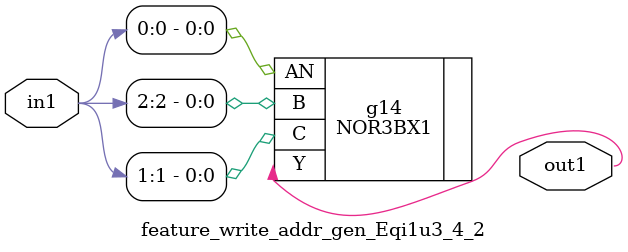
<source format=v>
`timescale 1ps / 1ps


module feature_write_addr_gen_Eqi1u3_4_2(in1, out1);
  input [2:0] in1;
  output out1;
  wire [2:0] in1;
  wire out1;
  NOR3BX1 g14(.AN (in1[0]), .B (in1[2]), .C (in1[1]), .Y (out1));
endmodule



</source>
